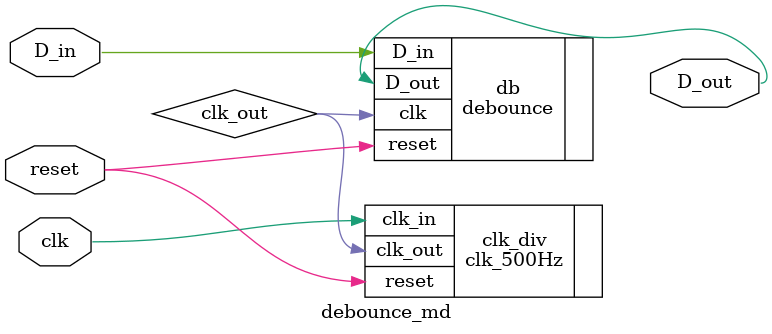
<source format=v>
`timescale 1ns / 1ps
module debounce_md(clk, reset, D_in, D_out);

	//dbounce_md IO decleration
	input clk, reset;
	input D_in;
	
	output D_out;
	
	//temp wire that will go into the deboune clk.
	wire clk_out;
	
	
	//clk divider that will provide a 20ns clk or 500Hz clk
	clk_500Hz clk_div( .clk_in(clk), .reset(reset), .clk_out(clk_out));
	
	//provides the one shot pulse 
	debounce db( .clk(clk_out), .reset(reset), .D_in(D_in), .D_out(D_out));
	
	

endmodule

</source>
